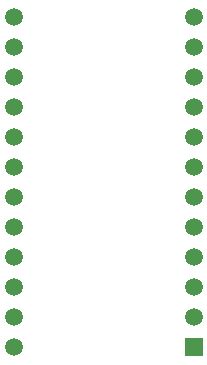
<source format=gtl>
%FSLAX23Y23*%
%MOIN*%
G70*
G01*
G75*
G04 Layer_Physical_Order=1*
G04 Layer_Color=255*
%ADD10C,0.059*%
%ADD11R,0.059X0.059*%
D10*
X660Y1075D02*
D03*
Y1175D02*
D03*
X60Y1075D02*
D03*
Y975D02*
D03*
Y1175D02*
D03*
X660Y975D02*
D03*
Y875D02*
D03*
Y675D02*
D03*
Y575D02*
D03*
Y775D02*
D03*
Y175D02*
D03*
Y275D02*
D03*
Y375D02*
D03*
Y475D02*
D03*
X60Y675D02*
D03*
Y875D02*
D03*
Y775D02*
D03*
Y575D02*
D03*
Y475D02*
D03*
Y375D02*
D03*
Y275D02*
D03*
Y175D02*
D03*
Y75D02*
D03*
D11*
X660D02*
D03*
M02*

</source>
